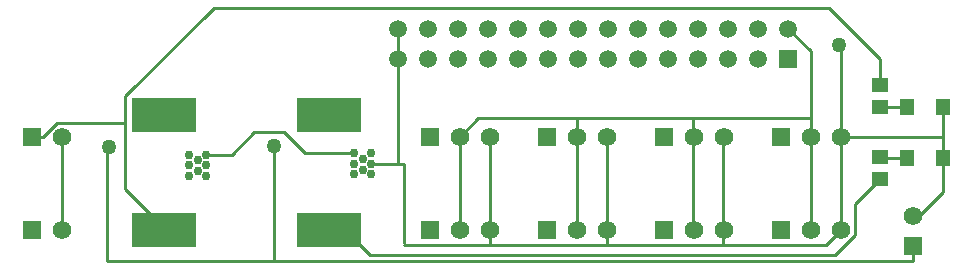
<source format=gtl>
%FSLAX25Y25*%
%MOIN*%
G70*
G01*
G75*
G04 Layer_Physical_Order=1*
G04 Layer_Color=255*
%ADD10R,0.04724X0.05512*%
%ADD11R,0.21260X0.11417*%
%ADD12R,0.05512X0.04724*%
%ADD13C,0.01000*%
%ADD14R,0.06200X0.06200*%
%ADD15C,0.06200*%
%ADD16R,0.06200X0.06200*%
%ADD17C,0.05906*%
%ADD18R,0.05906X0.05906*%
%ADD19C,0.03000*%
%ADD20C,0.05000*%
D10*
X517406Y255500D02*
D03*
X505594D02*
D03*
X517406Y238500D02*
D03*
X505594D02*
D03*
D11*
X258000Y214406D02*
D03*
Y252594D02*
D03*
X313000Y214406D02*
D03*
Y252594D02*
D03*
D12*
X496500Y255457D02*
D03*
Y262543D02*
D03*
Y238543D02*
D03*
Y231457D02*
D03*
D13*
X481505Y206000D02*
X488100Y212595D01*
X326500Y206000D02*
X481505D01*
X318094Y214406D02*
X326500Y206000D01*
X239000Y204000D02*
X507500D01*
X274500Y288500D02*
X479500D01*
X245000Y259000D02*
X274500Y288500D01*
X245000Y227906D02*
Y259000D01*
X313000Y214406D02*
X318094D01*
X258000D02*
X259000D01*
X222095Y250100D02*
X244600D01*
X217495Y245500D02*
X222095Y250100D01*
X214000Y245500D02*
X217495D01*
X483500D02*
Y276500D01*
X507500Y217000D02*
X517406Y226906D01*
X444333Y209667D02*
Y245500D01*
X405667Y214333D02*
Y245500D01*
X336000Y236500D02*
Y271500D01*
Y236500D02*
X338000D01*
X327000D02*
X336000D01*
X224000Y214500D02*
Y245500D01*
X496500Y262543D02*
Y271500D01*
X479500Y288500D02*
X496500Y271500D01*
X245000Y227906D02*
X258000Y214906D01*
X338000Y210000D02*
Y236500D01*
Y209500D02*
X366500D01*
X488100Y223057D02*
X496500Y231457D01*
X488100Y212595D02*
Y223057D01*
X483000Y276000D02*
X483500Y276500D01*
Y245500D02*
X517406D01*
X466000Y281500D02*
X473500Y274000D01*
Y251547D02*
Y274000D01*
X336000Y271500D02*
Y281500D01*
X478500Y209500D02*
X483500Y214500D01*
X405500Y209500D02*
X478500D01*
X366500D02*
X405500D01*
Y214500D01*
X366500Y209500D02*
Y214500D01*
X473500Y245500D02*
Y251547D01*
X395500D02*
X473500D01*
X362547D02*
X395500D01*
Y245500D02*
Y251547D01*
Y214500D02*
Y245500D01*
X507500Y204000D02*
Y209000D01*
X473500Y214500D02*
Y245500D01*
X356500Y214500D02*
Y245500D01*
X483500Y214500D02*
Y245500D01*
X366500Y214500D02*
Y245500D01*
X496543Y255500D02*
X505594D01*
X496543Y238500D02*
X505594D01*
X356500Y245500D02*
X362547Y251547D01*
X517406Y226906D02*
Y238500D01*
X294500Y204500D02*
Y242500D01*
X239000Y204500D02*
Y240500D01*
X240000Y241500D01*
X517406Y238500D02*
Y245500D01*
Y253500D01*
X272000Y239500D02*
X280500D01*
X288000Y247000D01*
X298000D01*
X305000Y240000D01*
X321110D01*
X434333Y214500D02*
Y251381D01*
D14*
X214000Y245500D02*
D03*
Y214500D02*
D03*
X346500Y245500D02*
D03*
Y214500D02*
D03*
X385500Y245500D02*
D03*
Y214500D02*
D03*
X424500Y245500D02*
D03*
Y214500D02*
D03*
X463500Y245500D02*
D03*
Y214500D02*
D03*
D15*
X224000Y245500D02*
D03*
Y214500D02*
D03*
X507500Y219000D02*
D03*
X366500Y245500D02*
D03*
X356500D02*
D03*
X366500Y214500D02*
D03*
X356500D02*
D03*
X405500Y245500D02*
D03*
X395500D02*
D03*
X405500Y214500D02*
D03*
X395500D02*
D03*
X444500Y245500D02*
D03*
X434500D02*
D03*
X444500Y214500D02*
D03*
X434500D02*
D03*
X483500Y245500D02*
D03*
X473500D02*
D03*
X483500Y214500D02*
D03*
X473500D02*
D03*
D16*
X507500Y209000D02*
D03*
D17*
X336000Y281500D02*
D03*
Y271500D02*
D03*
X346000Y281500D02*
D03*
Y271500D02*
D03*
X356000Y281500D02*
D03*
Y271500D02*
D03*
X366000Y281500D02*
D03*
Y271500D02*
D03*
X376000Y281500D02*
D03*
Y271500D02*
D03*
X386000Y281500D02*
D03*
Y271500D02*
D03*
X396000Y281500D02*
D03*
Y271500D02*
D03*
X406000Y281500D02*
D03*
Y271500D02*
D03*
X416000Y281500D02*
D03*
Y271500D02*
D03*
X426000Y281500D02*
D03*
Y271500D02*
D03*
X436000Y281500D02*
D03*
Y271500D02*
D03*
X446000Y281500D02*
D03*
Y271500D02*
D03*
X456000Y281500D02*
D03*
Y271500D02*
D03*
X466000Y281500D02*
D03*
D18*
Y271500D02*
D03*
D19*
X321110Y240000D02*
D03*
Y233000D02*
D03*
Y236500D02*
D03*
X327000Y240000D02*
D03*
Y236500D02*
D03*
X324055Y234512D02*
D03*
X327000Y233000D02*
D03*
X324055Y238094D02*
D03*
X266110Y239500D02*
D03*
Y232500D02*
D03*
Y236000D02*
D03*
X272000Y239500D02*
D03*
Y236000D02*
D03*
X269055Y234012D02*
D03*
X272000Y232500D02*
D03*
X269055Y237594D02*
D03*
D20*
X483000Y276000D02*
D03*
X313000Y250594D02*
D03*
X258500Y214500D02*
D03*
X258000Y250500D02*
D03*
X313500Y214500D02*
D03*
X294500Y242500D02*
D03*
X239500Y242000D02*
D03*
M02*

</source>
